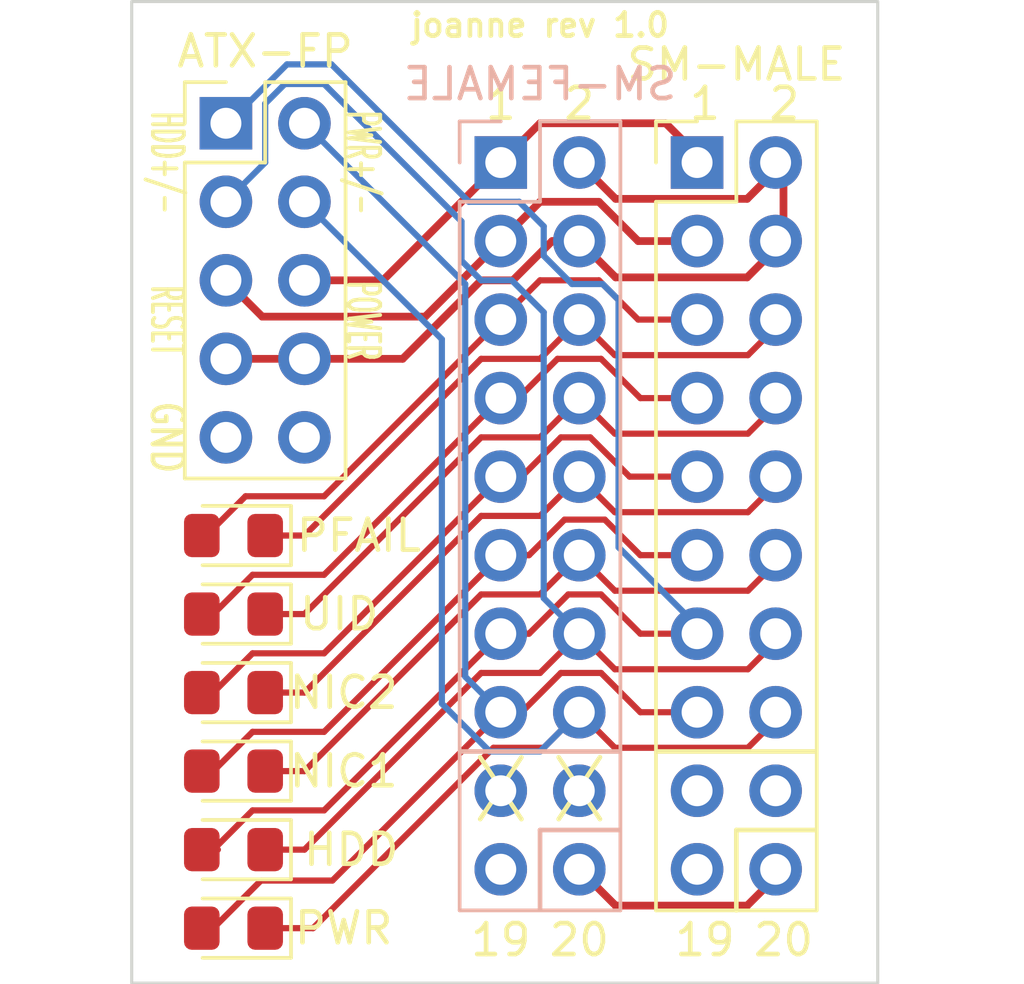
<source format=kicad_pcb>
(kicad_pcb (version 20211014) (generator pcbnew)
  (layers (0 "F.Cu" signal) (31 "B.Cu" signal) (34 "B.Paste" user) (35 "F.Paste" user) (36 "B.SilkS" user "B.Silkscreen") (37 "F.SilkS" user "F.Silkscreen") (38 "B.Mask" user) (39 "F.Mask" user) (44 "Edge.Cuts" user))
  (net 0 "")
  (net 1 "/HDD_LED+")
  (net 2 "/PWR_LED+")
  (net 3 "/HDD_LED-")
  (net 4 "/PWR_LED-")
  (net 5 "/RESET_BUTT")
  (net 6 "/PWR_BUTT")
  (net 7 "GND")
  (net 9 "/NIC1_LED-")
  (net 10 "/NIC1_LED+")
  (net 11 "/NIC2_LED-")
  (net 12 "/NIC2_LED+")
  (net 13 "/PWR_FAIL_LED-")
  (net 14 "/PWR_FAIL_LED+")
  (net 15 "/UID_LED-")
  (net 16 "/UID_LED+")
  (net 20 "/NMI")
  (footprint "LED_SMD:LED_0805_2012Metric_Pad1.15x1.40mm_HandSolder" (layer "F.Cu") (at 104.385 84.455 180)
    (fp_text reference "PWR" (at -3.565 0) (layer "F.SilkS"))
    (fp_text value "LED")
    (fp_line (start -1.86 0.96) (end 1 0.96) (layer "F.SilkS") (width 0.12))
    (fp_line (start -1.86 -0.96) (end -1.86 0.96) (layer "F.SilkS") (width 0.12))
    (fp_line (start 1 -0.96) (end -1.86 -0.96) (layer "F.SilkS") (width 0.12))
    (pad "1" smd roundrect (at -1.025 0 180) (size 1.15 1.4) (layers "F.Cu" "F.Paste" "F.Mask") (roundrect_rratio 0.217391) (net 4 "/PWR_LED-"))
    (pad "2" smd roundrect (at 1.025 0 180) (size 1.15 1.4) (layers "F.Cu" "F.Paste" "F.Mask") (roundrect_rratio 0.217391) (net 2 "/PWR_LED+"))
  )
  (footprint "LED_SMD:LED_0805_2012Metric_Pad1.15x1.40mm_HandSolder" (layer "F.Cu") (at 104.385 76.835 180)
    (fp_text reference "NIC2" (at -3.565 0) (layer "F.SilkS"))
    (fp_text value "LED")
    (fp_line (start -1.86 0.96) (end 1 0.96) (layer "F.SilkS") (width 0.12))
    (fp_line (start -1.86 -0.96) (end -1.86 0.96) (layer "F.SilkS") (width 0.12))
    (fp_line (start 1 -0.96) (end -1.86 -0.96) (layer "F.SilkS") (width 0.12))
    (pad "1" smd roundrect (at -1.025 0 180) (size 1.15 1.4) (layers "F.Cu" "F.Paste" "F.Mask") (roundrect_rratio 0.217391) (net 11 "/NIC2_LED-"))
    (pad "2" smd roundrect (at 1.025 0 180) (size 1.15 1.4) (layers "F.Cu" "F.Paste" "F.Mask") (roundrect_rratio 0.217391) (net 12 "/NIC2_LED+"))
  )
  (footprint "Connector_PinHeader_2.54mm:PinHeader_2x05_P2.54mm_Vertical" (layer "F.Cu") (at 104.14 58.42)
    (fp_text reference "ATX-FP" (at 1.27 -2.33) (layer "F.SilkS"))
    (fp_text value "Conn_02x05_Odd_Even")
    (fp_line (start -1.33 -1.33) (end 0 -1.33) (layer "F.SilkS") (width 0.12))
    (fp_line (start -1.33 11.49) (end 3.87 11.49) (layer "F.SilkS") (width 0.12))
    (fp_line (start -1.33 1.27) (end -1.33 11.49) (layer "F.SilkS") (width 0.12))
    (fp_line (start 3.87 -1.33) (end 3.87 11.49) (layer "F.SilkS") (width 0.12))
    (fp_line (start 1.27 1.27) (end 1.27 -1.33) (layer "F.SilkS") (width 0.12))
    (fp_line (start -1.33 0) (end -1.33 -1.33) (layer "F.SilkS") (width 0.12))
    (fp_line (start -1.33 1.27) (end 1.27 1.27) (layer "F.SilkS") (width 0.12))
    (fp_line (start 1.27 -1.33) (end 3.87 -1.33) (layer "F.SilkS") (width 0.12))
    (pad "1" thru_hole rect (at 0 0) (size 1.7 1.7) (drill 1) (layers *.Cu *.Mask) (net 1 "/HDD_LED+"))
    (pad "2" thru_hole oval (at 2.54 0) (size 1.7 1.7) (drill 1) (layers *.Cu *.Mask) (net 2 "/PWR_LED+"))
    (pad "3" thru_hole oval (at 0 2.54) (size 1.7 1.7) (drill 1) (layers *.Cu *.Mask) (net 3 "/HDD_LED-"))
    (pad "4" thru_hole oval (at 2.54 2.54) (size 1.7 1.7) (drill 1) (layers *.Cu *.Mask) (net 4 "/PWR_LED-"))
    (pad "5" thru_hole oval (at 0 5.08) (size 1.7 1.7) (drill 1) (layers *.Cu *.Mask) (net 5 "/RESET_BUTT"))
    (pad "6" thru_hole oval (at 2.54 5.08) (size 1.7 1.7) (drill 1) (layers *.Cu *.Mask) (net 6 "/PWR_BUTT"))
    (pad "7" thru_hole oval (at 0 7.62) (size 1.7 1.7) (drill 1) (layers *.Cu *.Mask) (net 7 "GND"))
    (pad "8" thru_hole oval (at 2.54 7.62) (size 1.7 1.7) (drill 1) (layers *.Cu *.Mask) (net 7 "GND"))
    (pad "9" thru_hole oval (at 0 10.16) (size 1.7 1.7) (drill 1) (layers *.Cu *.Mask) (net 7 "GND"))
    (pad "10" thru_hole oval (at 2.54 10.16) (size 1.7 1.7) (drill 1) (layers *.Cu *.Mask))
  )
  (footprint "LED_SMD:LED_0805_2012Metric_Pad1.15x1.40mm_HandSolder" (layer "F.Cu") (at 104.385 81.915 180)
    (fp_text reference "HDD" (at -3.81 0) (layer "F.SilkS"))
    (fp_text value "LED")
    (fp_line (start -1.86 -0.96) (end -1.86 0.96) (layer "F.SilkS") (width 0.12))
    (fp_line (start -1.86 0.96) (end 1 0.96) (layer "F.SilkS") (width 0.12))
    (fp_line (start 1 -0.96) (end -1.86 -0.96) (layer "F.SilkS") (width 0.12))
    (pad "1" smd roundrect (at -1.025 0 180) (size 1.15 1.4) (layers "F.Cu" "F.Paste" "F.Mask") (roundrect_rratio 0.217391) (net 3 "/HDD_LED-"))
    (pad "2" smd roundrect (at 1.025 0 180) (size 1.15 1.4) (layers "F.Cu" "F.Paste" "F.Mask") (roundrect_rratio 0.217391) (net 1 "/HDD_LED+"))
  )
  (footprint "Connector_PinHeader_2.54mm:PinHeader_2x10_P2.54mm_Vertical" (layer "F.Cu") (at 119.38 59.69)
    (fp_text reference "SM-MALE" (at 1.27 -3.175) (layer "F.SilkS"))
    (fp_text value "Header_02x10_Odd_Even")
    (fp_line (start -1.33 0) (end -1.33 -1.33) (layer "F.SilkS") (width 0.12))
    (fp_line (start 3.87 -1.33) (end 3.87 24.19) (layer "F.SilkS") (width 0.12))
    (fp_line (start 1.27 1.27) (end 1.27 -1.33) (layer "F.SilkS") (width 0.12))
    (fp_line (start 1.27 -1.33) (end 3.87 -1.33) (layer "F.SilkS") (width 0.12))
    (fp_line (start -1.33 24.19) (end 3.87 24.19) (layer "F.SilkS") (width 0.12))
    (fp_line (start -1.33 1.27) (end -1.33 24.19) (layer "F.SilkS") (width 0.12))
    (fp_line (start -1.33 1.27) (end 1.27 1.27) (layer "F.SilkS") (width 0.12))
    (fp_line (start -1.33 -1.33) (end 0 -1.33) (layer "F.SilkS") (width 0.12))
    (pad "1" thru_hole rect (at 0 0) (size 1.7 1.7) (drill 1) (layers *.Cu *.Mask) (net 6 "/PWR_BUTT"))
    (pad "2" thru_hole oval (at 2.54 0) (size 1.7 1.7) (drill 1) (layers *.Cu *.Mask) (net 7 "GND"))
    (pad "3" thru_hole oval (at 0 2.54) (size 1.7 1.7) (drill 1) (layers *.Cu *.Mask) (net 5 "/RESET_BUTT"))
    (pad "4" thru_hole oval (at 2.54 2.54) (size 1.7 1.7) (drill 1) (layers *.Cu *.Mask) (net 7 "GND"))
    (pad "5" thru_hole oval (at 0 5.08) (size 1.7 1.7) (drill 1) (layers *.Cu *.Mask) (net 14 "/PWR_FAIL_LED+"))
    (pad "6" thru_hole oval (at 2.54 5.08) (size 1.7 1.7) (drill 1) (layers *.Cu *.Mask) (net 13 "/PWR_FAIL_LED-"))
    (pad "7" thru_hole oval (at 0 7.62) (size 1.7 1.7) (drill 1) (layers *.Cu *.Mask) (net 16 "/UID_LED+"))
    (pad "8" thru_hole oval (at 2.54 7.62) (size 1.7 1.7) (drill 1) (layers *.Cu *.Mask) (net 15 "/UID_LED-"))
    (pad "9" thru_hole oval (at 0 10.16) (size 1.7 1.7) (drill 1) (layers *.Cu *.Mask) (net 12 "/NIC2_LED+"))
    (pad "10" thru_hole oval (at 2.54 10.16) (size 1.7 1.7) (drill 1) (layers *.Cu *.Mask) (net 11 "/NIC2_LED-"))
    (pad "11" thru_hole oval (at 0 12.7) (size 1.7 1.7) (drill 1) (layers *.Cu *.Mask) (net 10 "/NIC1_LED+"))
    (pad "12" thru_hole oval (at 2.54 12.7) (size 1.7 1.7) (drill 1) (layers *.Cu *.Mask) (net 9 "/NIC1_LED-"))
    (pad "13" thru_hole oval (at 0 15.24) (size 1.7 1.7) (drill 1) (layers *.Cu *.Mask) (net 1 "/HDD_LED+"))
    (pad "14" thru_hole oval (at 2.54 15.24) (size 1.7 1.7) (drill 1) (layers *.Cu *.Mask) (net 3 "/HDD_LED-"))
    (pad "15" thru_hole oval (at 0 17.78) (size 1.7 1.7) (drill 1) (layers *.Cu *.Mask) (net 2 "/PWR_LED+"))
    (pad "16" thru_hole oval (at 2.54 17.78) (size 1.7 1.7) (drill 1) (layers *.Cu *.Mask) (net 4 "/PWR_LED-"))
    (pad "17" thru_hole oval (at 0 20.32) (size 1.7 1.7) (drill 1) (layers *.Cu *.Mask))
    (pad "18" thru_hole oval (at 2.54 20.32) (size 1.7 1.7) (drill 1) (layers *.Cu *.Mask))
    (pad "19" thru_hole oval (at 0 22.86) (size 1.7 1.7) (drill 1) (layers *.Cu *.Mask))
    (pad "20" thru_hole oval (at 2.54 22.86) (size 1.7 1.7) (drill 1) (layers *.Cu *.Mask) (net 20 "/NMI"))
  )
  (footprint "LED_SMD:LED_0805_2012Metric_Pad1.15x1.40mm_HandSolder" (layer "F.Cu") (at 104.385 74.295 180)
    (fp_text reference "UID" (at -3.42 0) (layer "F.SilkS"))
    (fp_text value "LED")
    (fp_line (start 1 -0.96) (end -1.86 -0.96) (layer "F.SilkS") (width 0.12))
    (fp_line (start -1.86 0.96) (end 1 0.96) (layer "F.SilkS") (width 0.12))
    (fp_line (start -1.86 -0.96) (end -1.86 0.96) (layer "F.SilkS") (width 0.12))
    (pad "1" smd roundrect (at -1.025 0 180) (size 1.15 1.4) (layers "F.Cu" "F.Paste" "F.Mask") (roundrect_rratio 0.217391) (net 15 "/UID_LED-"))
    (pad "2" smd roundrect (at 1.025 0 180) (size 1.15 1.4) (layers "F.Cu" "F.Paste" "F.Mask") (roundrect_rratio 0.217391) (net 16 "/UID_LED+"))
  )
  (footprint "LED_SMD:LED_0805_2012Metric_Pad1.15x1.40mm_HandSolder" (layer "F.Cu") (at 104.385 79.375 180)
    (fp_text reference "NIC1" (at -3.565 0) (layer "F.SilkS"))
    (fp_text value "LED")
    (fp_line (start 1 -0.96) (end -1.86 -0.96) (layer "F.SilkS") (width 0.12))
    (fp_line (start -1.86 0.96) (end 1 0.96) (layer "F.SilkS") (width 0.12))
    (fp_line (start -1.86 -0.96) (end -1.86 0.96) (layer "F.SilkS") (width 0.12))
    (pad "1" smd roundrect (at -1.025 0 180) (size 1.15 1.4) (layers "F.Cu" "F.Paste" "F.Mask") (roundrect_rratio 0.217391) (net 9 "/NIC1_LED-"))
    (pad "2" smd roundrect (at 1.025 0 180) (size 1.15 1.4) (layers "F.Cu" "F.Paste" "F.Mask") (roundrect_rratio 0.217391) (net 10 "/NIC1_LED+"))
  )
  (footprint "LED_SMD:LED_0805_2012Metric_Pad1.15x1.40mm_HandSolder" (layer "F.Cu") (at 104.385 71.755 180)
    (fp_text reference "PFAIL" (at -4.055 0) (layer "F.SilkS"))
    (fp_text value "LED")
    (fp_line (start -1.86 0.96) (end 1 0.96) (layer "F.SilkS") (width 0.12))
    (fp_line (start -1.86 -0.96) (end -1.86 0.96) (layer "F.SilkS") (width 0.12))
    (fp_line (start 1 -0.96) (end -1.86 -0.96) (layer "F.SilkS") (width 0.12))
    (pad "1" smd roundrect (at -1.025 0 180) (size 1.15 1.4) (layers "F.Cu" "F.Paste" "F.Mask") (roundrect_rratio 0.217391) (net 13 "/PWR_FAIL_LED-"))
    (pad "2" smd roundrect (at 1.025 0 180) (size 1.15 1.4) (layers "F.Cu" "F.Paste" "F.Mask") (roundrect_rratio 0.217391) (net 14 "/PWR_FAIL_LED+"))
  )
  (footprint "Connector_PinSocket_2.54mm:PinSocket_2x10_P2.54mm_Vertical" (layer "B.Cu") (at 113.03 59.69 180)
    (fp_text reference "SM-FEMALE" (at -1.27 2.54) (layer "B.SilkS") (effects (justify mirror)))
    (fp_text value "Conn_02x10_Odd_Even")
    (fp_line (start -3.87 1.33) (end -1.27 1.33) (layer "B.SilkS") (width 0.12))
    (fp_line (start 1.33 1.33) (end 1.33 0) (layer "B.SilkS") (width 0.12))
    (fp_line (start 1.33 -1.27) (end 1.33 -24.19) (layer "B.SilkS") (width 0.12))
    (fp_line (start -1.27 1.33) (end -1.27 -1.27) (layer "B.SilkS") (width 0.12))
    (fp_line (start -3.87 1.33) (end -3.87 -24.19) (layer "B.SilkS") (width 0.12))
    (fp_line (start -1.27 -1.27) (end 1.33 -1.27) (layer "B.SilkS") (width 0.12))
    (fp_line (start 0 1.33) (end 1.33 1.33) (layer "B.SilkS") (width 0.12))
    (fp_line (start -3.87 -24.19) (end 1.33 -24.19) (layer "B.SilkS") (width 0.12))
    (pad "1" thru_hole rect (at 0 0 180) (size 1.7 1.7) (drill 1) (layers *.Cu *.Mask) (net 6 "/PWR_BUTT"))
    (pad "2" thru_hole oval (at -2.54 0 180) (size 1.7 1.7) (drill 1) (layers *.Cu *.Mask) (net 7 "GND"))
    (pad "3" thru_hole oval (at 0 -2.54 180) (size 1.7 1.7) (drill 1) (layers *.Cu *.Mask) (net 5 "/RESET_BUTT"))
    (pad "4" thru_hole oval (at -2.54 -2.54 180) (size 1.7 1.7) (drill 1) (layers *.Cu *.Mask) (net 7 "GND"))
    (pad "5" thru_hole oval (at 0 -5.08 180) (size 1.7 1.7) (drill 1) (layers *.Cu *.Mask) (net 14 "/PWR_FAIL_LED+"))
    (pad "6" thru_hole oval (at -2.54 -5.08 180) (size 1.7 1.7) (drill 1) (layers *.Cu *.Mask) (net 13 "/PWR_FAIL_LED-"))
    (pad "7" thru_hole oval (at 0 -7.62 180) (size 1.7 1.7) (drill 1) (layers *.Cu *.Mask) (net 16 "/UID_LED+"))
    (pad "8" thru_hole oval (at -2.54 -7.62 180) (size 1.7 1.7) (drill 1) (layers *.Cu *.Mask) (net 15 "/UID_LED-"))
    (pad "9" thru_hole oval (at 0 -10.16 180) (size 1.7 1.7) (drill 1) (layers *.Cu *.Mask) (net 12 "/NIC2_LED+"))
    (pad "10" thru_hole oval (at -2.54 -10.16 180) (size 1.7 1.7) (drill 1) (layers *.Cu *.Mask) (net 11 "/NIC2_LED-"))
    (pad "11" thru_hole oval (at 0 -12.7 180) (size 1.7 1.7) (drill 1) (layers *.Cu *.Mask) (net 10 "/NIC1_LED+"))
    (pad "12" thru_hole oval (at -2.54 -12.7 180) (size 1.7 1.7) (drill 1) (layers *.Cu *.Mask) (net 9 "/NIC1_LED-"))
    (pad "13" thru_hole oval (at 0 -15.24 180) (size 1.7 1.7) (drill 1) (layers *.Cu *.Mask) (net 1 "/HDD_LED+"))
    (pad "14" thru_hole oval (at -2.54 -15.24 180) (size 1.7 1.7) (drill 1) (layers *.Cu *.Mask) (net 3 "/HDD_LED-"))
    (pad "15" thru_hole oval (at 0 -17.78 180) (size 1.7 1.7) (drill 1) (layers *.Cu *.Mask) (net 2 "/PWR_LED+"))
    (pad "16" thru_hole oval (at -2.54 -17.78 180) (size 1.7 1.7) (drill 1) (layers *.Cu *.Mask) (net 4 "/PWR_LED-"))
    (pad "17" thru_hole oval (at 0 -20.32 180) (size 1.7 1.7) (drill 1) (layers *.Cu *.Mask))
    (pad "18" thru_hole oval (at -2.54 -20.32 180) (size 1.7 1.7) (drill 1) (layers *.Cu *.Mask))
    (pad "19" thru_hole oval (at 0 -22.86 180) (size 1.7 1.7) (drill 1) (layers *.Cu *.Mask))
    (pad "20" thru_hole oval (at -2.54 -22.86 180) (size 1.7 1.7) (drill 1) (layers *.Cu *.Mask) (net 20 "/NMI"))
  )
  (gr_line (start 114.3 83.82) (end 114.3 81.28) (layer "B.SilkS") (width 0.15))
  (gr_line (start 116.84 78.74) (end 111.76 78.74) (layer "B.SilkS") (width 0.15))
  (gr_line (start 114.3 81.28) (end 116.84 81.28) (layer "B.SilkS") (width 0.15))
  (gr_line (start 123.19 81.28) (end 120.65 81.28) (layer "F.SilkS") (width 0.15))
  (gr_line (start 120.65 81.28) (end 120.65 83.88) (layer "F.SilkS") (width 0.15))
  (gr_line (start 118.11 78.74) (end 123.19 78.74) (layer "F.SilkS") (width 0.15))
  (gr_rect (start 125.223 54.483) (end 101.093 86.233) (layer "Edge.Cuts") (width 0.1) (fill none))
  (gr_text "X" (at 115.571 80.01) (layer "F.SilkS") (effects (font (size 2 2))))
  (gr_text "20" (at 115.571 84.836) (layer "F.SilkS") (effects (font (size 1 1))))
  (gr_text "POWER" (at 108.585 64.8 270) (layer "F.SilkS") (effects (font (size 1 0.5) (thickness 0.125))))
  (gr_text "RESET" (at 102.235 64.8 270) (layer "F.SilkS") (effects (font (size 1 0.5) (thickness 0.125))))
  (gr_text "X" (at 113.031 80.01) (layer "F.SilkS") (effects (font (size 2 2))))
  (gr_text "1" (at 119.635 57.785) (layer "F.SilkS") (effects (font (size 1 1))))
  (gr_text "HDD+/-" (at 102.235 59.69 270) (layer "F.SilkS") (effects (font (size 1 0.5) (thickness 0.125))))
  (gr_text "19" (at 113.031 84.836) (layer "F.SilkS") (effects (font (size 1 1))))
  (gr_text "2" (at 122.205 57.785) (layer "F.SilkS") (effects (font (size 1 1))))
  (gr_text "PWR+/-" (at 108.585 59.69 270) (layer "F.SilkS") (effects (font (size 1 0.5) (thickness 0.125))))
  (gr_text "19" (at 119.635 84.836) (layer "F.SilkS") (effects (font (size 1 1))))
  (gr_text "1" (at 113.03 57.785) (layer "F.SilkS") (effects (font (size 1 1))))
  (gr_text "joanne rev 1.0" (at 114.3 55.245) (layer "F.SilkS") (effects (font (size 0.75 0.75))))
  (gr_text "2" (at 115.57 57.785) (layer "F.SilkS") (effects (font (size 1 1))))
  (gr_text "GND" (at 102.235 68.58 270) (layer "F.SilkS") (effects (font (size 1 0.75))))
  (gr_text "20" (at 122.175 84.836) (layer "F.SilkS") (effects (font (size 1 1))))
  (segment (start 103.88 81.915) (end 102.9825 81.915) (width 0.2) (layer "F.Cu") (net 1))
  (segment (start 113.03 74.93) (end 113.943654 74.93) (width 0.2) (layer "F.Cu") (net 1))
  (segment (start 107.315 80.645) (end 105.0025 80.645) (width 0.2) (layer "F.Cu") (net 1))
  (segment (start 113.03 74.93) (end 107.315 80.645) (width 0.2) (layer "F.Cu") (net 1))
  (segment (start 105.0025 80.645) (end 103.7325 81.915) (width 0.2) (layer "F.Cu") (net 1))
  (segment (start 116.274314 73.66) (end 117.544314 74.93) (width 0.2) (layer "F.Cu") (net 1))
  (segment (start 102.9825 81.915) (end 103.39 81.915) (width 0.2) (layer "F.Cu") (net 1))
  (segment (start 117.544314 74.93) (end 119.635 74.93) (width 0.2) (layer "F.Cu") (net 1))
  (segment (start 113.943654 74.93) (end 115.213654 73.66) (width 0.2) (layer "F.Cu") (net 1))
  (segment (start 115.213654 73.66) (end 116.274314 73.66) (width 0.2) (layer "F.Cu") (net 1))
  (segment (start 107.555 56.515) (end 112 60.96) (width 0.2) (layer "B.Cu") (net 1))
  (segment (start 104.209314 58.42) (end 106.114314 56.515) (width 0.2) (layer "B.Cu") (net 1))
  (segment (start 114.42 62.706346) (end 115.333654 63.62) (width 0.2) (layer "B.Cu") (net 1))
  (segment (start 116.325 63.62) (end 116.84 64.135) (width 0.2) (layer "B.Cu") (net 1))
  (segment (start 115.333654 63.62) (end 116.325 63.62) (width 0.2) (layer "B.Cu") (net 1))
  (segment (start 112 60.96) (end 113.626346 60.96) (width 0.2) (layer "B.Cu") (net 1))
  (segment (start 106.114314 56.515) (end 107.555 56.515) (width 0.2) (layer "B.Cu") (net 1))
  (segment (start 114.42 61.753654) (end 114.42 62.706346) (width 0.2) (layer "B.Cu") (net 1))
  (segment (start 104.14 58.42) (end 104.209314 58.42) (width 0.2) (layer "B.Cu") (net 1))
  (segment (start 113.626346 60.96) (end 114.42 61.753654) (width 0.2) (layer "B.Cu") (net 1))
  (segment (start 116.84 64.135) (end 116.84 72.135) (width 0.2) (layer "B.Cu") (net 1))
  (segment (start 116.84 72.135) (end 119.635 74.93) (width 0.2) (layer "B.Cu") (net 1))
  (segment (start 116.274314 76.2) (end 117.544314 77.47) (width 0.2) (layer "F.Cu") (net 2))
  (segment (start 113.703654 77.47) (end 114.973654 76.2) (width 0.2) (layer "F.Cu") (net 2))
  (segment (start 107.585 82.915) (end 113.03 77.47) (width 0.2) (layer "F.Cu") (net 2))
  (segment (start 117.544314 77.47) (end 119.635 77.47) (width 0.2) (layer "F.Cu") (net 2))
  (segment (start 103.7325 84.455) (end 105.2725 82.915) (width 0.2) (layer "F.Cu") (net 2))
  (segment (start 105.2725 82.915) (end 107.585 82.915) (width 0.2) (layer "F.Cu") (net 2))
  (segment (start 114.973654 76.2) (end 116.274314 76.2) (width 0.2) (layer "F.Cu") (net 2))
  (segment (start 113.03 77.47) (end 113.703654 77.47) (width 0.2) (layer "F.Cu") (net 2))
  (segment (start 106.68 58.42) (end 111.88 63.62) (width 0.2) (layer "B.Cu") (net 2))
  (segment (start 111.88 63.62) (end 111.88 76.32) (width 0.2) (layer "B.Cu") (net 2))
  (segment (start 111.88 76.32) (end 113.03 77.47) (width 0.2) (layer "B.Cu") (net 2))
  (segment (start 121.025 76.08) (end 122.175 74.93) (width 0.2) (layer "F.Cu") (net 3))
  (segment (start 116.72 76.08) (end 121.025 76.08) (width 0.2) (layer "F.Cu") (net 3))
  (segment (start 115.57 74.93) (end 116.72 76.08) (width 0.2) (layer "F.Cu") (net 3))
  (segment (start 105.7825 81.915) (end 106.68 81.915) (width 0.2) (layer "F.Cu") (net 3))
  (segment (start 106.68 81.915) (end 112.395 76.2) (width 0.2) (layer "F.Cu") (net 3))
  (segment (start 114.3 76.2) (end 115.57 74.93) (width 0.2) (layer "F.Cu") (net 3))
  (segment (start 112.395 76.2) (end 114.3 76.2) (width 0.2) (layer "F.Cu") (net 3))
  (segment (start 107.315 57.15) (end 111.76 61.595) (width 0.2) (layer "B.Cu") (net 3))
  (segment (start 111.76 62.865) (end 112.395 63.5) (width 0.2) (layer "B.Cu") (net 3))
  (segment (start 105.41 59.69) (end 105.41 57.785) (width 0.2) (layer "B.Cu") (net 3))
  (segment (start 106.045 57.15) (end 107.315 57.15) (width 0.2) (layer "B.Cu") (net 3))
  (segment (start 105.41 57.785) (end 106.045 57.15) (width 0.2) (layer "B.Cu") (net 3))
  (segment (start 111.76 61.595) (end 111.76 62.865) (width 0.2) (layer "B.Cu") (net 3))
  (segment (start 112.395 63.5) (end 113.386346 63.5) (width 0.2) (layer "B.Cu") (net 3))
  (segment (start 114.42 73.78) (end 115.57 74.93) (width 0.2) (layer "B.Cu") (net 3))
  (segment (start 114.42 64.533654) (end 114.42 73.78) (width 0.2) (layer "B.Cu") (net 3))
  (segment (start 104.14 60.96) (end 105.41 59.69) (width 0.2) (layer "B.Cu") (net 3))
  (segment (start 113.386346 63.5) (end 114.42 64.533654) (width 0.2) (layer "B.Cu") (net 3))
  (segment (start 121.025 78.62) (end 122.175 77.47) (width 0.2) (layer "F.Cu") (net 4))
  (segment (start 112.793654 78.62) (end 114.42 78.62) (width 0.2) (layer "F.Cu") (net 4))
  (segment (start 106.958654 84.455) (end 112.793654 78.62) (width 0.2) (layer "F.Cu") (net 4))
  (segment (start 105.7825 84.455) (end 106.958654 84.455) (width 0.2) (layer "F.Cu") (net 4))
  (segment (start 114.42 78.62) (end 115.57 77.47) (width 0.2) (layer "F.Cu") (net 4))
  (segment (start 116.72 78.62) (end 121.025 78.62) (width 0.2) (layer "F.Cu") (net 4))
  (segment (start 115.57 77.47) (end 116.72 78.62) (width 0.2) (layer "F.Cu") (net 4))
  (segment (start 111.125 77.191346) (end 112.673654 78.74) (width 0.2) (layer "B.Cu") (net 4))
  (segment (start 106.68 60.96) (end 111.125 65.405) (width 0.2) (layer "B.Cu") (net 4))
  (segment (start 112.673654 78.74) (end 114.3 78.74) (width 0.2) (layer "B.Cu") (net 4))
  (segment (start 114.3 78.74) (end 115.57 77.47) (width 0.2) (layer "B.Cu") (net 4))
  (segment (start 111.125 65.405) (end 111.125 77.191346) (width 0.2) (layer "B.Cu") (net 4))
  (segment (start 119.635 62.23) (end 117.473604 62.23) (width 0.25) (layer "F.Cu") (net 5))
  (segment (start 105.315 64.675) (end 110.585 64.675) (width 0.25) (layer "F.Cu") (net 5))
  (segment (start 104.14 63.5) (end 105.315 64.675) (width 0.25) (layer "F.Cu") (net 5))
  (segment (start 114.299302 60.960698) (end 113.03 62.23) (width 0.25) (layer "F.Cu") (net 5))
  (segment (start 110.585 64.675) (end 113.03 62.23) (width 0.25) (layer "F.Cu") (net 5))
  (segment (start 117.473604 62.23) (end 116.204302 60.960698) (width 0.25) (layer "F.Cu") (net 5))
  (segment (start 116.204302 60.960698) (end 114.299302 60.960698) (width 0.25) (layer "F.Cu") (net 5))
  (segment (start 113.03 59.69) (end 114.3 58.42) (width 0.25) (layer "F.Cu") (net 6))
  (segment (start 118.365 58.42) (end 119.635 59.69) (width 0.25) (layer "F.Cu") (net 6))
  (segment (start 106.68 63.5) (end 109.22 63.5) (width 0.25) (layer "F.Cu") (net 6))
  (segment (start 109.22 63.5) (end 113.03 59.69) (width 0.25) (layer "F.Cu") (net 6))
  (segment (start 114.3 58.42) (end 118.365 58.42) (width 0.25) (layer "F.Cu") (net 6))
  (segment (start 116.745 60.865) (end 121 60.865) (width 0.25) (layer "F.Cu") (net 7))
  (segment (start 109.856396 66.04) (end 106.68 66.04) (width 0.25) (layer "F.Cu") (net 7))
  (segment (start 106.68 66.04) (end 104.14 66.04) (width 0.25) (layer "F.Cu") (net 7))
  (segment (start 115.57 59.69) (end 116.745 60.865) (width 0.25) (layer "F.Cu") (net 7))
  (segment (start 115.57 62.23) (end 114.691701 62.23) (width 0.25) (layer "F.Cu") (net 7))
  (segment (start 114.691701 62.23) (end 113.421003 63.500698) (width 0.25) (layer "F.Cu") (net 7))
  (segment (start 121 63.405) (end 122.175 62.23) (width 0.25) (layer "F.Cu") (net 7))
  (segment (start 116.745 63.405) (end 121 63.405) (width 0.25) (layer "F.Cu") (net 7))
  (segment (start 113.421003 63.500698) (end 112.395698 63.500698) (width 0.25) (layer "F.Cu") (net 7))
  (segment (start 121 60.865) (end 122.175 59.69) (width 0.25) (layer "F.Cu") (net 7))
  (segment (start 115.57 62.23) (end 116.745 63.405) (width 0.25) (layer "F.Cu") (net 7))
  (segment (start 112.395698 63.500698) (end 109.856396 66.04) (width 0.25) (layer "F.Cu") (net 7))
  (segment (start 122.175 62.23) (end 122.175 59.69) (width 0.25) (layer "F.Cu") (net 7))
  (segment (start 105.7825 79.375) (end 106.68 79.375) (width 0.2) (layer "F.Cu") (net 9))
  (segment (start 116.72 73.54) (end 121.025 73.54) (width 0.2) (layer "F.Cu") (net 9))
  (segment (start 114.3 73.66) (end 115.57 72.39) (width 0.2) (layer "F.Cu") (net 9))
  (segment (start 106.68 79.375) (end 112.395 73.66) (width 0.2) (layer "F.Cu") (net 9))
  (segment (start 112.395 73.66) (end 114.3 73.66) (width 0.2) (layer "F.Cu") (net 9))
  (segment (start 121.025 73.54) (end 122.175 72.39) (width 0.2) (layer "F.Cu") (net 9))
  (segment (start 115.57 72.39) (end 116.72 73.54) (width 0.2) (layer "F.Cu") (net 9))
  (segment (start 116.394314 71.24) (end 117.544314 72.39) (width 0.2) (layer "F.Cu") (net 10))
  (segment (start 113.03 72.39) (end 107.315 78.105) (width 0.2) (layer "F.Cu") (net 10))
  (segment (start 107.315 78.105) (end 105.0025 78.105) (width 0.2) (layer "F.Cu") (net 10))
  (segment (start 113.943654 72.39) (end 115.093654 71.24) (width 0.2) (layer "F.Cu") (net 10))
  (segment (start 115.093654 71.24) (end 116.394314 71.24) (width 0.2) (layer "F.Cu") (net 10))
  (segment (start 113.03 72.39) (end 113.943654 72.39) (width 0.2) (layer "F.Cu") (net 10))
  (segment (start 117.544314 72.39) (end 119.635 72.39) (width 0.2) (layer "F.Cu") (net 10))
  (segment (start 105.0025 78.105) (end 103.7325 79.375) (width 0.2) (layer "F.Cu") (net 10))
  (segment (start 114.3 71.12) (end 115.57 69.85) (width 0.2) (layer "F.Cu") (net 11))
  (segment (start 112.395 71.12) (end 114.3 71.12) (width 0.2) (layer "F.Cu") (net 11))
  (segment (start 116.72 71) (end 121.025 71) (width 0.2) (layer "F.Cu") (net 11))
  (segment (start 106.68 76.835) (end 112.395 71.12) (width 0.2) (layer "F.Cu") (net 11))
  (segment (start 115.57 69.85) (end 116.72 71) (width 0.2) (layer "F.Cu") (net 11))
  (segment (start 121.025 71) (end 122.175 69.85) (width 0.2) (layer "F.Cu") (net 11))
  (segment (start 105.7825 76.835) (end 106.68 76.835) (width 0.2) (layer "F.Cu") (net 11))
  (segment (start 113.703654 69.85) (end 114.973654 68.58) (width 0.2) (layer "F.Cu") (net 12))
  (segment (start 113.03 69.85) (end 107.315 75.565) (width 0.2) (layer "F.Cu") (net 12))
  (segment (start 107.315 75.565) (end 105.0025 75.565) (width 0.2) (layer "F.Cu") (net 12))
  (segment (start 117.196346 69.85) (end 119.635 69.85) (width 0.2) (layer "F.Cu") (net 12))
  (segment (start 115.926346 68.58) (end 117.196346 69.85) (width 0.2) (layer "F.Cu") (net 12))
  (segment (start 113.03 69.85) (end 113.703654 69.85) (width 0.2) (layer "F.Cu") (net 12))
  (segment (start 105.0025 75.565) (end 103.7325 76.835) (width 0.2) (layer "F.Cu") (net 12))
  (segment (start 114.973654 68.58) (end 115.926346 68.58) (width 0.2) (layer "F.Cu") (net 12))
  (segment (start 115.57 64.77) (end 116.72 65.92) (width 0.2) (layer "F.Cu") (net 13))
  (segment (start 116.72 65.92) (end 121.025 65.92) (width 0.2) (layer "F.Cu") (net 13))
  (segment (start 114.3 66.04) (end 115.57 64.77) (width 0.2) (layer "F.Cu") (net 13))
  (segment (start 112.395 66.04) (end 114.3 66.04) (width 0.2) (layer "F.Cu") (net 13))
  (segment (start 106.68 71.755) (end 112.395 66.04) (width 0.2) (layer "F.Cu") (net 13))
  (segment (start 121.025 65.92) (end 122.175 64.77) (width 0.2) (layer "F.Cu") (net 13))
  (segment (start 105.7825 71.755) (end 106.68 71.755) (width 0.2) (layer "F.Cu") (net 13))
  (segment (start 107.315 70.485) (end 104.775 70.485) (width 0.2) (layer "F.Cu") (net 14))
  (segment (start 116.205 63.5) (end 117.475 64.77) (width 0.2) (layer "F.Cu") (net 14))
  (segment (start 117.475 64.77) (end 119.635 64.77) (width 0.2) (layer "F.Cu") (net 14))
  (segment (start 114.3 63.5) (end 116.205 63.5) (width 0.2) (layer "F.Cu") (net 14))
  (segment (start 113.03 64.77) (end 107.315 70.485) (width 0.2) (layer "F.Cu") (net 14))
  (segment (start 103.7325 71.5275) (end 103.7325 71.755) (width 0.2) (layer "F.Cu") (net 14))
  (segment (start 113.03 64.77) (end 114.3 63.5) (width 0.2) (layer "F.Cu") (net 14))
  (segment (start 104.775 70.485) (end 103.7325 71.5275) (width 0.2) (layer "F.Cu") (net 14))
  (segment (start 116.72 68.46) (end 121.025 68.46) (width 0.2) (layer "F.Cu") (net 15))
  (segment (start 121.025 68.46) (end 122.175 67.31) (width 0.2) (layer "F.Cu") (net 15))
  (segment (start 106.68 74.295) (end 112.395 68.58) (width 0.2) (layer "F.Cu") (net 15))
  (segment (start 115.57 67.31) (end 116.72 68.46) (width 0.2) (layer "F.Cu") (net 15))
  (segment (start 114.3 68.58) (end 115.57 67.31) (width 0.2) (layer "F.Cu") (net 15))
  (segment (start 105.7825 74.295) (end 106.68 74.295) (width 0.2) (layer "F.Cu") (net 15))
  (segment (start 112.395 68.58) (end 114.3 68.58) (width 0.2) (layer "F.Cu") (net 15))
  (segment (start 117.544314 67.31) (end 119.635 67.31) (width 0.2) (layer "F.Cu") (net 16))
  (segment (start 114.865685 66.04) (end 116.274314 66.04) (width 0.2) (layer "F.Cu") (net 16))
  (segment (start 113.03 67.31) (end 113.595686 67.31) (width 0.2) (layer "F.Cu") (net 16))
  (segment (start 105.0025 73.025) (end 103.7325 74.295) (width 0.2) (layer "F.Cu") (net 16))
  (segment (start 113.595686 67.31) (end 114.865685 66.04) (width 0.2) (layer "F.Cu") (net 16))
  (segment (start 107.315 73.025) (end 105.0025 73.025) (width 0.2) (layer "F.Cu") (net 16))
  (segment (start 116.274314 66.04) (end 117.544314 67.31) (width 0.2) (layer "F.Cu") (net 16))
  (segment (start 113.03 67.31) (end 107.315 73.025) (width 0.2) (layer "F.Cu") (net 16))
  (segment (start 116.745 83.725) (end 121 83.725) (width 0.25) (layer "F.Cu") (net 20))
  (segment (start 121 83.725) (end 122.175 82.55) (width 0.25) (layer "F.Cu") (net 20))
  (segment (start 115.57 82.55) (end 116.745 83.725) (width 0.25) (layer "F.Cu") (net 20))
)
</source>
